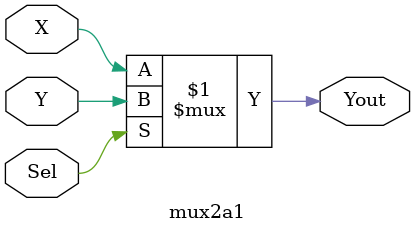
<source format=v>
/*
Descripción: implementación de un multiplexor de 2 a 1
Autor: Fernando Aparicio Urbano Molano
Fecha: marzo 1 de 2019
Versión: 1.0
*/
module mux2a1(input Sel,X,Y, output Yout);
   assign Yout = Sel ? Y : X;
endmodule

</source>
